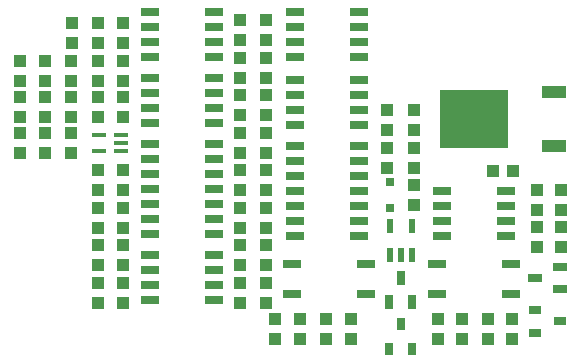
<source format=gbr>
G04 EAGLE Gerber RS-274X export*
G75*
%MOMM*%
%FSLAX34Y34*%
%LPD*%
%INSolderpaste Top*%
%IPPOS*%
%AMOC8*
5,1,8,0,0,1.08239X$1,22.5*%
G01*
%ADD10R,1.000000X1.100000*%
%ADD11R,1.100000X1.000000*%
%ADD12R,0.800000X0.800000*%
%ADD13R,1.525000X0.650000*%
%ADD14R,0.600000X1.200000*%
%ADD15R,1.650000X0.650000*%
%ADD16R,1.528000X0.650000*%
%ADD17R,2.100000X1.000000*%
%ADD18R,5.850000X4.900000*%
%ADD19R,1.550000X0.700000*%
%ADD20R,1.200000X0.400000*%
%ADD21R,0.650000X1.100000*%
%ADD22R,0.650000X1.200000*%
%ADD23R,1.100000X0.650000*%
%ADD24R,1.200000X0.650000*%


D10*
X328930Y169300D03*
X328930Y186300D03*
X60960Y242960D03*
X60960Y259960D03*
X351790Y186300D03*
X351790Y169300D03*
X476250Y133740D03*
X476250Y150740D03*
X17780Y229480D03*
X17780Y212480D03*
X17780Y182000D03*
X17780Y199000D03*
X351790Y154550D03*
X351790Y137550D03*
D11*
X435220Y166370D03*
X418220Y166370D03*
D10*
X83820Y55000D03*
X83820Y72000D03*
X204470Y167250D03*
X204470Y150250D03*
X226060Y72000D03*
X226060Y55000D03*
X226060Y135500D03*
X226060Y118500D03*
X17780Y242960D03*
X17780Y259960D03*
D12*
X331470Y135050D03*
X331470Y157050D03*
D13*
X127820Y245110D03*
X127820Y232410D03*
X127820Y219710D03*
X127820Y207010D03*
X182060Y207010D03*
X182060Y219710D03*
X182060Y232410D03*
X182060Y245110D03*
D14*
X330860Y95450D03*
X340360Y95450D03*
X349860Y95450D03*
X349860Y120450D03*
X330860Y120450D03*
D15*
X247900Y87630D03*
X247900Y62230D03*
X310900Y62230D03*
X310900Y87630D03*
D16*
X375480Y149860D03*
X375480Y137160D03*
X375480Y124460D03*
X375480Y111760D03*
X429700Y111760D03*
X429700Y124460D03*
X429700Y137160D03*
X429700Y149860D03*
D15*
X371090Y87630D03*
X371090Y62230D03*
X434090Y62230D03*
X434090Y87630D03*
D17*
X470220Y188020D03*
X470220Y233620D03*
D18*
X402220Y210820D03*
D13*
X127820Y95250D03*
X127820Y82550D03*
X127820Y69850D03*
X127820Y57150D03*
X182060Y57150D03*
X182060Y69850D03*
X182060Y82550D03*
X182060Y95250D03*
D19*
X182190Y113030D03*
X182190Y125730D03*
X182190Y138430D03*
X182190Y151130D03*
X182190Y163830D03*
X182190Y176530D03*
X182190Y189230D03*
X127690Y189230D03*
X127690Y176530D03*
X127690Y163830D03*
X127690Y151130D03*
X127690Y138430D03*
X127690Y125730D03*
X127690Y113030D03*
D13*
X251010Y187960D03*
X251010Y175260D03*
X251010Y162560D03*
X251010Y149860D03*
X251010Y137160D03*
X251010Y124460D03*
X251010Y111760D03*
X305250Y111760D03*
X305250Y124460D03*
X305250Y137160D03*
X305250Y149860D03*
X305250Y162560D03*
X305250Y175260D03*
X305250Y187960D03*
D20*
X103480Y184000D03*
X103480Y190500D03*
X103480Y197000D03*
X84480Y197000D03*
X84480Y184000D03*
D13*
X127820Y300990D03*
X127820Y288290D03*
X127820Y275590D03*
X127820Y262890D03*
X182060Y262890D03*
X182060Y275590D03*
X182060Y288290D03*
X182060Y300990D03*
X251010Y300990D03*
X251010Y288290D03*
X251010Y275590D03*
X251010Y262890D03*
X305250Y262890D03*
X305250Y275590D03*
X305250Y288290D03*
X305250Y300990D03*
D21*
X330760Y16170D03*
X349960Y16170D03*
X340360Y37170D03*
D22*
X330760Y55540D03*
X349960Y55540D03*
X340360Y76540D03*
D23*
X454320Y48970D03*
X454320Y29770D03*
X475320Y39370D03*
D24*
X475320Y66600D03*
X475320Y85800D03*
X454320Y76200D03*
D11*
X39370Y212480D03*
X39370Y229480D03*
X204470Y86750D03*
X204470Y103750D03*
X204470Y72000D03*
X204470Y55000D03*
X226060Y103750D03*
X226060Y86750D03*
X83820Y212480D03*
X83820Y229480D03*
X83820Y118500D03*
X83820Y135500D03*
X105410Y118500D03*
X105410Y135500D03*
X204470Y135500D03*
X204470Y118500D03*
X62230Y274710D03*
X62230Y291710D03*
X105410Y242960D03*
X105410Y259960D03*
X39370Y242960D03*
X39370Y259960D03*
X83820Y150250D03*
X83820Y167250D03*
X83820Y259960D03*
X83820Y242960D03*
X105410Y212480D03*
X105410Y229480D03*
X83820Y291710D03*
X83820Y274710D03*
X351790Y218050D03*
X351790Y201050D03*
X328930Y201050D03*
X328930Y218050D03*
X105410Y291710D03*
X105410Y274710D03*
X233680Y41520D03*
X233680Y24520D03*
X298450Y41520D03*
X298450Y24520D03*
X39370Y182000D03*
X39370Y199000D03*
X276860Y41520D03*
X276860Y24520D03*
X255270Y24520D03*
X255270Y41520D03*
X372110Y41520D03*
X372110Y24520D03*
X434340Y24520D03*
X434340Y41520D03*
X414020Y41520D03*
X414020Y24520D03*
X392430Y41520D03*
X392430Y24520D03*
X476250Y101990D03*
X476250Y118990D03*
X455930Y118990D03*
X455930Y101990D03*
X60960Y199000D03*
X60960Y182000D03*
X105410Y150250D03*
X105410Y167250D03*
X60960Y229480D03*
X60960Y212480D03*
X105410Y86750D03*
X105410Y103750D03*
X105410Y55000D03*
X105410Y72000D03*
X83820Y103750D03*
X83820Y86750D03*
D13*
X251010Y243840D03*
X251010Y231140D03*
X251010Y218440D03*
X251010Y205740D03*
X305250Y205740D03*
X305250Y218440D03*
X305250Y231140D03*
X305250Y243840D03*
D11*
X204470Y230750D03*
X204470Y213750D03*
X226060Y230750D03*
X226060Y213750D03*
X204470Y262500D03*
X204470Y245500D03*
D10*
X226060Y245500D03*
X226060Y262500D03*
X226060Y150250D03*
X226060Y167250D03*
D11*
X226060Y277250D03*
X226060Y294250D03*
X204470Y277250D03*
X204470Y294250D03*
D10*
X226060Y182000D03*
X226060Y199000D03*
D11*
X204470Y182000D03*
X204470Y199000D03*
X455930Y150740D03*
X455930Y133740D03*
M02*

</source>
